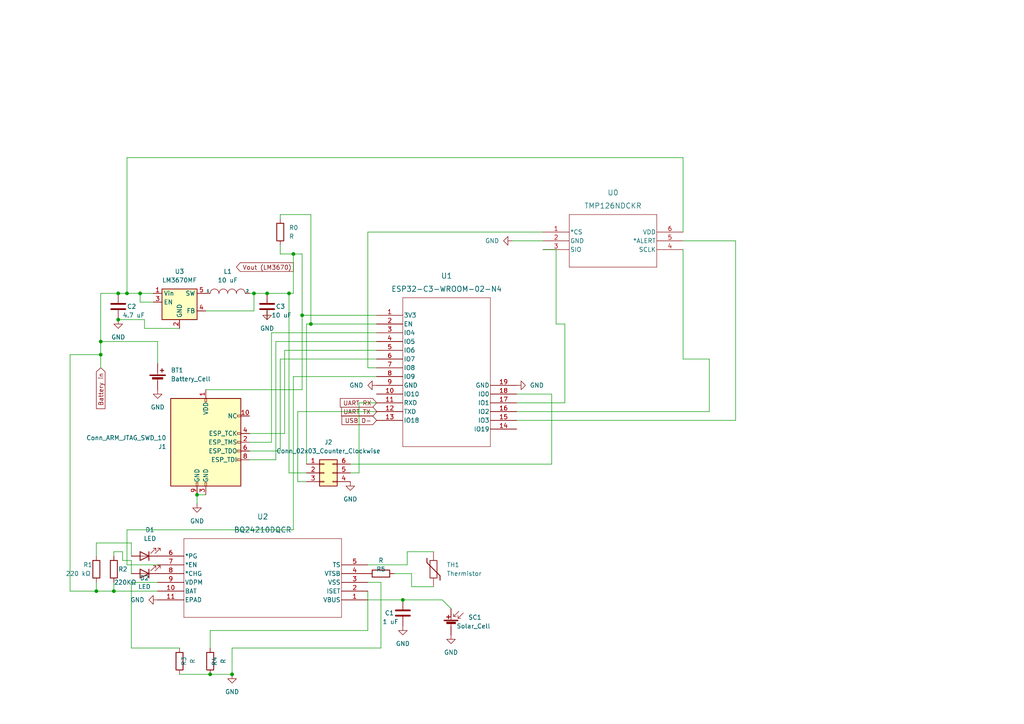
<source format=kicad_sch>
(kicad_sch (version 20230121) (generator eeschema)
  (paper "A4")
  (lib_symbols
    (symbol "Connector:Conn_ARM_JTAG_SWD_10" (pin_names (offset 1.016))
      (property "Reference" "J1" (at -11.43 1.27 0))
      (property "Value" "Conn_ARM_JTAG_SWD_10" (at -11.43 -1.27 0))
      (symbol "Conn_ARM_JTAG_SWD_10_0_1"
        (rectangle (start -10.16 12.7) (end 10.16 -12.7) (stroke (width 0.254)) (fill (type background)))
        (rectangle (start -2.794 -12.7) (end -2.286 -11.684))
        (rectangle (start -0.254 -12.7) (end 0.254 -11.684))
        (rectangle (start -0.254 12.7) (end 0.254 11.684))
        (rectangle (start 9.144 2.286) (end 10.16 2.794))
        (rectangle (start 10.16 -2.794) (end 9.144 -2.286))
        (rectangle (start 10.16 -0.254) (end 9.144 0.254))
        (rectangle (start 10.16 7.874) (end 9.144 7.366))
      )
      (symbol "Conn_ARM_JTAG_SWD_10_1_1"
        (rectangle (start 9.144 -5.334) (end 10.16 -4.826))
        (pin power_in line (at 0 15.24 270) (length 2.54) (name "VDD") (number "1"))
        (pin input line (at 12.7 7.62 180) (length 2.54) (name "NC") (number "10"))
        (pin bidirectional line (at 12.7 0 180) (length 2.54) (name "ESP_TMS") (number "2"))
        (pin power_in line (at 0 -15.24 90) (length 2.54) (name "GND") (number "3"))
        (pin output line (at 12.7 2.54 180) (length 2.54) (name "ESP_TCK") (number "4"))
        (pin passive line (at 0 -15.24 90) (length 2.54) hide (name "GND") (number "5"))
        (pin input line (at 12.7 -2.54 180) (length 2.54) (name "ESP_TDO") (number "6"))
        (pin no_connect line (at -10.16 0 0) (length 2.54) hide (name "KEY") (number "7"))
        (pin output line (at 12.7 -5.08 180) (length 2.54) (name "ESP_TDI") (number "8"))
        (pin passive line (at -2.54 -15.24 90) (length 2.54) (name "GND") (number "9"))
      )
    )
    (symbol "Connector_Generic:Conn_02x03_Counter_Clockwise" (pin_names (offset 1.016) hide)
      (property "Reference" "J" (at 1.27 5.08 0))
      (property "Value" "Conn_02x03_Counter_Clockwise" (at 1.27 -5.08 0))
      (symbol "Conn_02x03_Counter_Clockwise_1_1"
        (rectangle (start -1.27 -2.413) (end 0 -2.667) (stroke (width 0.1524)))
        (rectangle (start -1.27 0.127) (end 0 -0.127) (stroke (width 0.1524)))
        (rectangle (start -1.27 2.667) (end 0 2.413) (stroke (width 0.1524)))
        (rectangle (start -1.27 3.81) (end 3.81 -3.81) (stroke (width 0.254)) (fill (type background)))
        (rectangle (start 3.81 -2.413) (end 2.54 -2.667) (stroke (width 0.1524)))
        (rectangle (start 3.81 0.127) (end 2.54 -0.127) (stroke (width 0.1524)))
        (rectangle (start 3.81 2.667) (end 2.54 2.413) (stroke (width 0.1524)))
        (pin passive line (at -5.08 2.54 0) (length 3.81) (name "Pin_1") (number "1"))
        (pin passive line (at -5.08 0 0) (length 3.81) (name "Pin_2") (number "2"))
        (pin passive line (at -5.08 -2.54 0) (length 3.81) (name "Pin_3") (number "3"))
        (pin passive line (at 7.62 -2.54 180) (length 3.81) (name "Pin_4") (number "4"))
        (pin passive line (at 7.62 0 180) (length 3.81) (name "Pin_5") (number "5"))
        (pin passive line (at 7.62 2.54 180) (length 3.81) (name "Pin_6") (number "6"))
      )
    )
    (symbol "Device:Battery_Cell" (pin_numbers hide) (pin_names (offset 0) hide)
      (property "Reference" "BT" (at 2.54 2.54 0))
      (property "Value" "Battery_Cell" (at 2.54 0 0))
      (symbol "Battery_Cell_0_1"
        (rectangle (start -2.286 1.778) (end 2.286 1.524) (fill (type outline)))
        (rectangle (start -1.524 1.016) (end 1.524 0.508) (fill (type outline)))
        (polyline (pts (xy 0 0.762) (xy 0 0)))
        (polyline (pts (xy 0 1.778) (xy 0 2.54)))
        (polyline (pts (xy 0.762 3.048) (xy 1.778 3.048)) (stroke (width 0.254)))
        (polyline (pts (xy 1.27 3.556) (xy 1.27 2.54)) (stroke (width 0.254)))
      )
      (symbol "Battery_Cell_1_1"
        (pin passive line (at 0 5.08 270) (length 2.54) (name "+") (number "1"))
        (pin passive line (at 0 -2.54 90) (length 2.54) (name "-") (number "2"))
      )
    )
    (symbol "Device:C" (pin_numbers hide) (pin_names (offset 0.254))
      (property "Reference" "C" (at 0.635 2.54 0))
      (property "Value" "C" (at 0.635 -2.54 0))
      (symbol "C_0_1"
        (polyline (pts (xy -2.032 -0.762) (xy 2.032 -0.762)) (stroke (width 0.508)))
        (polyline (pts (xy -2.032 0.762) (xy 2.032 0.762)) (stroke (width 0.508)))
      )
      (symbol "C_1_1"
        (pin passive line (at 0 3.81 270) (length 2.794) (name "~") (number "1"))
        (pin passive line (at 0 -3.81 90) (length 2.794) (name "~") (number "2"))
      )
    )
    (symbol "Device:LED" (pin_numbers hide) (pin_names (offset 1.016) hide)
      (property "Reference" "D" (at 0 2.54 0))
      (property "Value" "LED" (at 0 -2.54 0))
      (symbol "LED_0_1"
        (polyline (pts (xy -1.27 -1.27) (xy -1.27 1.27)) (stroke (width 0.254)))
        (polyline (pts (xy -1.27 0) (xy 1.27 0)))
        (polyline (pts (xy 1.27 -1.27) (xy 1.27 1.27) (xy -1.27 0) (xy 1.27 -1.27)) (stroke (width 0.254)))
        (polyline (pts (xy -3.048 -0.762) (xy -4.572 -2.286) (xy -3.81 -2.286) (xy -4.572 -2.286) (xy -4.572 -1.524)))
        (polyline (pts (xy -1.778 -0.762) (xy -3.302 -2.286) (xy -2.54 -2.286) (xy -3.302 -2.286) (xy -3.302 -1.524)))
      )
      (symbol "LED_1_1"
        (pin passive line (at -3.81 0 0) (length 2.54) (name "K") (number "1"))
        (pin passive line (at 3.81 0 180) (length 2.54) (name "A") (number "2"))
      )
    )
    (symbol "Device:R" (pin_numbers hide) (pin_names (offset 0))
      (property "Reference" "R" (at 2.032 0 90))
      (property "Value" "R" (at 0 0 90))
      (symbol "R_0_1"
        (rectangle (start -1.016 -2.54) (end 1.016 2.54) (stroke (width 0.254)))
      )
      (symbol "R_1_1"
        (pin passive line (at 0 3.81 270) (length 1.27) (name "~") (number "1"))
        (pin passive line (at 0 -3.81 90) (length 1.27) (name "~") (number "2"))
      )
    )
    (symbol "Device:Solar_Cell" (pin_numbers hide) (pin_names (offset 0) hide)
      (property "Reference" "SC" (at 2.54 2.54 0))
      (property "Value" "Solar_Cell" (at 2.54 0 0))
      (symbol "Solar_Cell_0_1"
        (rectangle (start -2.032 1.778) (end 2.032 1.524) (fill (type outline)))
        (rectangle (start -1.3208 1.1938) (end 1.27 0.6858) (fill (type outline)))
        (polyline (pts (xy -2.032 2.286) (xy -3.556 3.81)))
        (polyline (pts (xy -0.762 2.794) (xy -2.286 4.318)))
        (polyline (pts (xy 0 0.762) (xy 0 0)))
        (polyline (pts (xy 0 1.778) (xy 0 2.54)))
        (polyline (pts (xy 0.254 2.667) (xy 1.27 2.667)) (stroke (width 0.254)))
        (polyline (pts (xy 0.762 3.175) (xy 0.762 2.159)) (stroke (width 0.254)))
        (polyline (pts (xy -2.032 3.048) (xy -2.032 2.286) (xy -2.794 2.286)))
        (polyline (pts (xy -0.762 3.556) (xy -0.762 2.794) (xy -1.524 2.794)))
      )
      (symbol "Solar_Cell_1_1"
        (pin passive line (at 0 5.08 270) (length 2.54) (name "+") (number "1"))
        (pin passive line (at 0 -2.54 90) (length 2.54) (name "-") (number "2"))
      )
    )
    (symbol "Device:Thermistor" (pin_numbers hide) (pin_names (offset 0))
      (property "Reference" "TH" (at 2.54 1.27 90))
      (property "Value" "Thermistor" (at -2.54 0 90))
      (symbol "Thermistor_0_1"
        (rectangle (start -1.016 2.54) (end 1.016 -2.54) (stroke (width 0.2032)))
        (polyline (pts (xy -1.905 3.175) (xy -1.905 1.905) (xy 1.905 -1.905) (xy 1.905 -3.175) (xy 1.905 -3.175)) (stroke (width 0.254)))
      )
      (symbol "Thermistor_1_1"
        (pin passive line (at 0 5.08 270) (length 2.54) (name "~") (number "1"))
        (pin passive line (at 0 -5.08 90) (length 2.54) (name "~") (number "2"))
      )
    )
    (symbol "GND_1" (power) (pin_names (offset 0))
      (property "Value" "GND_1" (at 0 -3.81 0))
      (symbol "GND_1_0_1"
        (polyline (pts (xy 0 0) (xy 0 -1.27) (xy 1.27 -1.27) (xy 0 -2.54) (xy -1.27 -1.27) (xy 0 -1.27)))
      )
      (symbol "GND_1_1_1"
        (pin power_in line (at 0 0 270) (length 0) hide (name "GND") (number "1"))
      )
    )
    (symbol "GND_2" (power) (pin_names (offset 0))
      (property "Value" "GND_2" (at 0 -3.81 0))
      (symbol "GND_2_0_1"
        (polyline (pts (xy 0 0) (xy 0 -1.27) (xy 1.27 -1.27) (xy 0 -2.54) (xy -1.27 -1.27) (xy 0 -1.27)))
      )
      (symbol "GND_2_1_1"
        (pin power_in line (at 0 0 270) (length 0) hide (name "GND") (number "1"))
      )
    )
    (symbol "GND_3" (power) (pin_names (offset 0))
      (property "Value" "GND_3" (at 0 -3.81 0))
      (symbol "GND_3_0_1"
        (polyline (pts (xy 0 0) (xy 0 -1.27) (xy 1.27 -1.27) (xy 0 -2.54) (xy -1.27 -1.27) (xy 0 -1.27)))
      )
      (symbol "GND_3_1_1"
        (pin power_in line (at 0 0 270) (length 0) hide (name "GND") (number "1"))
      )
    )
    (symbol "Regulator_Switching:LM3670MF"
      (property "Reference" "U" (at -5.08 5.08 0))
      (property "Value" "LM3670MF" (at 0 5.08 0))
      (symbol "LM3670MF_0_1"
        (rectangle (start -5.08 3.81) (end 5.08 -5.08) (stroke (width 0.254)) (fill (type background)))
      )
      (symbol "LM3670MF_1_1"
        (pin power_in line (at -7.62 2.54 0) (length 2.54) (name "Vin") (number "1"))
        (pin power_in line (at 0 -7.62 90) (length 2.54) (name "GND") (number "2"))
        (pin input line (at -7.62 0 0) (length 2.54) (name "EN") (number "3"))
        (pin input line (at 7.62 -2.54 180) (length 2.54) (name "FB") (number "4"))
        (pin input line (at 7.62 2.54 180) (length 2.54) (name "SW") (number "5"))
      )
    )
    (symbol "ee193 alert temp ic:TMP126NDCKR" (pin_names (offset 0.254))
      (property "Reference" "U" (at 20.32 10.16 0))
      (property "Value" "TMP126NDCKR" (at 20.32 7.62 0))
      (symbol "TMP126NDCKR_0_1"
        (polyline (pts (xy 7.62 -10.16) (xy 33.02 -10.16)) (stroke (width 0.127)))
        (polyline (pts (xy 7.62 5.08) (xy 7.62 -10.16)) (stroke (width 0.127)))
        (polyline (pts (xy 33.02 -10.16) (xy 33.02 5.08)) (stroke (width 0.127)))
        (polyline (pts (xy 33.02 5.08) (xy 7.62 5.08)) (stroke (width 0.127)))
        (pin input line (at 0 0 0) (length 7.62) (name "*CS") (number "1"))
        (pin power_out line (at 0 -2.54 0) (length 7.62) (name "GND") (number "2"))
        (pin bidirectional line (at 0 -5.08 0) (length 7.62) (name "SIO") (number "3"))
        (pin input line (at 40.64 -5.08 180) (length 7.62) (name "SCLK") (number "4"))
        (pin bidirectional line (at 40.64 -2.54 180) (length 7.62) (name "*ALERT") (number "5"))
        (pin power_in line (at 40.64 0 180) (length 7.62) (name "VDD") (number "6"))
      )
    )
    (symbol "ee193 battery charger:BQ24210DQCR" (pin_names (offset 0.254))
      (property "Reference" "U" (at 30.48 10.16 0))
      (property "Value" "BQ24210DQCR" (at 30.48 7.62 0))
      (symbol "BQ24210DQCR_0_1"
        (polyline (pts (xy 7.62 -17.78) (xy 53.34 -17.78)) (stroke (width 0.127)))
        (polyline (pts (xy 7.62 5.08) (xy 7.62 -17.78)) (stroke (width 0.127)))
        (polyline (pts (xy 53.34 -17.78) (xy 53.34 5.08)) (stroke (width 0.127)))
        (polyline (pts (xy 53.34 5.08) (xy 7.62 5.08)) (stroke (width 0.127)))
        (pin bidirectional line (at 0 0 0) (length 7.62) (name "VBUS") (number "1"))
        (pin bidirectional line (at 60.96 -2.54 180) (length 7.62) (name "BAT") (number "10"))
        (pin power_in line (at 60.96 0 180) (length 7.62) (name "EPAD") (number "11"))
        (pin input line (at 0 -2.54 0) (length 7.62) (name "ISET") (number "2"))
        (pin power_in line (at 0 -5.08 0) (length 7.62) (name "VSS") (number "3"))
        (pin output line (at 0 -7.62 0) (length 7.62) (name "VTSB") (number "4"))
        (pin input line (at 0 -10.16 0) (length 7.62) (name "TS") (number "5"))
        (pin output line (at 60.96 -12.7 180) (length 7.62) (name "*PG") (number "6"))
        (pin input line (at 60.96 -10.16 180) (length 7.62) (name "*EN") (number "7"))
        (pin output line (at 60.96 -7.62 180) (length 7.62) (name "*CHG") (number "8"))
        (pin input line (at 60.96 -5.08 180) (length 7.62) (name "VDPM") (number "9"))
      )
    )
    (symbol "ee193 esp32:ESP32-C3-WROOM-02-N4" (pin_names (offset 0.254))
      (property "Reference" "U1" (at 20.32 11.43 0))
      (property "Value" "ESP32-C3-WROOM-02-N4" (at 20.32 7.62 0))
      (symbol "ESP32-C3-WROOM-02-N4_0_1"
        (polyline (pts (xy 7.62 -38.1) (xy 33.02 -38.1)) (stroke (width 0.127)))
        (polyline (pts (xy 7.62 5.08) (xy 7.62 -38.1)) (stroke (width 0.127)))
        (polyline (pts (xy 33.02 -38.1) (xy 33.02 5.08)) (stroke (width 0.127)))
        (polyline (pts (xy 33.02 5.08) (xy 7.62 5.08)) (stroke (width 0.127)))
        (pin unspecified line (at 0 0 0) (length 7.62) (name "3V3") (number "1"))
        (pin bidirectional line (at 0 -22.86 0) (length 7.62) (name "IO10") (number "10"))
        (pin unspecified line (at 0 -25.4 0) (length 7.62) (name "RXD") (number "11"))
        (pin unspecified line (at 0 -27.94 0) (length 7.62) (name "TXD") (number "12"))
        (pin bidirectional line (at 0 -30.48 0) (length 7.62) (name "IO18") (number "13"))
        (pin bidirectional line (at 40.64 -33.02 180) (length 7.62) (name "IO19") (number "14"))
        (pin bidirectional line (at 40.64 -30.48 180) (length 7.62) (name "IO3") (number "15"))
        (pin bidirectional line (at 40.64 -27.94 180) (length 7.62) (name "IO2") (number "16"))
        (pin bidirectional line (at 40.64 -25.4 180) (length 7.62) (name "IO1") (number "17"))
        (pin bidirectional line (at 40.64 -22.86 180) (length 7.62) (name "IO0") (number "18"))
        (pin power_out line (at 40.64 -20.32 180) (length 7.62) (name "GND") (number "19"))
        (pin unspecified line (at 0 -2.54 0) (length 7.62) (name "EN") (number "2"))
        (pin bidirectional line (at 0 -5.08 0) (length 7.62) (name "IO4") (number "3"))
        (pin bidirectional line (at 0 -7.62 0) (length 7.62) (name "IO5") (number "4"))
        (pin bidirectional line (at 0 -10.16 0) (length 7.62) (name "IO6") (number "5"))
        (pin bidirectional line (at 0 -12.7 0) (length 7.62) (name "IO7") (number "6"))
        (pin bidirectional line (at 0 -15.24 0) (length 7.62) (name "IO8") (number "7"))
        (pin bidirectional line (at 0 -17.78 0) (length 7.62) (name "IO9") (number "8"))
        (pin power_out line (at 0 -20.32 0) (length 7.62) (name "GND") (number "9"))
      )
    )
    (symbol "power:GND" (power) (pin_names (offset 0))
      (property "Value" "GND" (at 0 -3.81 0))
      (symbol "GND_0_1"
        (polyline (pts (xy 0 0) (xy 0 -1.27) (xy 1.27 -1.27) (xy 0 -2.54) (xy -1.27 -1.27) (xy 0 -1.27)))
      )
      (symbol "GND_1_1"
        (pin power_in line (at 0 0 270) (length 0) hide (name "GND") (number "1"))
      )
    )
    (symbol "pspice:INDUCTOR" (pin_numbers hide) (pin_names (offset 0))
      (property "Reference" "L" (at 0 2.54 0))
      (property "Value" "INDUCTOR" (at 0 -1.27 0))
      (symbol "INDUCTOR_0_1"
        (arc (start -2.54 0) (mid -3.81 1.2645) (end -5.08 0))
        (arc (start 0 0) (mid -1.27 1.2645) (end -2.54 0))
        (arc (start 2.54 0) (mid 1.27 1.2645) (end 0 0))
        (arc (start 5.08 0) (mid 3.81 1.2645) (end 2.54 0))
      )
      (symbol "INDUCTOR_1_1"
        (pin input line (at -6.35 0 0) (length 1.27) (name "1") (number "1"))
        (pin input line (at 6.35 0 180) (length 1.27) (name "2") (number "2"))
      )
    )
  )
  (junction (at 87.63 91.44))
  (junction (at 29.21 102.87))
  (junction (at 36.83 85.09))
  (junction (at 83.82 85.09))
  (junction (at 67.31 195.58))
  (junction (at 85.09 73.66))
  (junction (at 90.17 93.98))
  (junction (at 40.64 85.09))
  (junction (at 116.84 173.99))
  (junction (at 60.96 195.58))
  (junction (at 77.47 85.09))
  (junction (at 34.29 92.71))
  (junction (at 33.02 171.45))
  (junction (at 27.94 171.45))
  (junction (at 34.29 85.09))
  (junction (at 29.21 99.06))
  (junction (at 73.66 85.09))
  (junction (at 57.15 143.51))
  (wire (pts (xy 87.63 73.66) (xy 85.09 73.66)))
  (wire (pts (xy 36.83 45.72) (xy 198.12 45.72)))
  (wire (pts (xy 118.11 160.02) (xy 125.73 160.02)))
  (wire (pts (xy 29.21 99.06) (xy 29.21 102.87)))
  (wire (pts (xy 40.64 85.09) (xy 44.45 85.09)))
  (wire (pts (xy 78.74 96.52) (xy 109.22 96.52)))
  (wire (pts (xy 81.28 130.81) (xy 81.28 104.14)))
  (wire (pts (xy 88.9 93.98) (xy 90.17 93.98)))
  (wire (pts (xy 57.15 143.51) (xy 59.69 143.51)))
  (wire (pts (xy 80.01 133.35) (xy 80.01 99.06)))
  (wire (pts (xy 106.68 182.88) (xy 60.96 182.88)))
  (wire (pts (xy 72.39 125.73) (xy 82.55 125.73)))
  (wire (pts (xy 73.66 85.09) (xy 73.66 90.17)))
  (wire (pts (xy 149.86 114.3) (xy 160.02 114.3)))
  (wire (pts (xy 161.29 72.39) (xy 157.48 72.39)))
  (wire (pts (xy 36.83 85.09) (xy 40.64 85.09)))
  (wire (pts (xy 82.55 125.73) (xy 82.55 101.6)))
  (wire (pts (xy 86.36 119.38) (xy 109.22 119.38)))
  (wire (pts (xy 119.38 170.18) (xy 125.73 170.18)))
  (wire (pts (xy 77.47 92.71) (xy 77.47 90.17)))
  (wire (pts (xy 163.83 116.84) (xy 163.83 93.98)))
  (wire (pts (xy 86.36 139.7) (xy 86.36 119.38)))
  (wire (pts (xy 38.1 161.29) (xy 38.1 157.48)))
  (wire (pts (xy 73.66 85.09) (xy 72.39 85.09)))
  (wire (pts (xy 83.82 137.16) (xy 83.82 85.09)))
  (wire (pts (xy 72.39 133.35) (xy 80.01 133.35)))
  (wire (pts (xy 36.83 153.67) (xy 85.09 153.67)))
  (wire (pts (xy 118.11 163.83) (xy 118.11 160.02)))
  (wire (pts (xy 67.31 187.96) (xy 67.31 195.58)))
  (wire (pts (xy 20.32 102.87) (xy 29.21 102.87)))
  (wire (pts (xy 34.29 92.71) (xy 41.91 92.71)))
  (wire (pts (xy 38.1 187.96) (xy 52.07 187.96)))
  (wire (pts (xy 161.29 72.39) (xy 161.29 93.98)))
  (wire (pts (xy 106.68 171.45) (xy 106.68 182.88)))
  (wire (pts (xy 81.28 62.23) (xy 90.17 62.23)))
  (wire (pts (xy 106.68 67.31) (xy 157.48 67.31)))
  (wire (pts (xy 35.56 160.02) (xy 33.02 160.02)))
  (wire (pts (xy 38.1 166.37) (xy 38.1 162.56)))
  (wire (pts (xy 205.74 104.14) (xy 205.74 119.38)))
  (wire (pts (xy 198.12 104.14) (xy 198.12 72.39)))
  (wire (pts (xy 116.84 173.99) (xy 128.27 173.99)))
  (wire (pts (xy 101.6 137.16) (xy 104.14 137.16)))
  (wire (pts (xy 106.68 168.91) (xy 110.49 168.91)))
  (wire (pts (xy 198.12 45.72) (xy 198.12 67.31)))
  (wire (pts (xy 60.96 195.58) (xy 67.31 195.58)))
  (wire (pts (xy 59.69 113.03) (xy 87.63 113.03)))
  (wire (pts (xy 104.14 137.16) (xy 104.14 116.84)))
  (wire (pts (xy 34.29 85.09) (xy 29.21 85.09)))
  (wire (pts (xy 27.94 168.91) (xy 27.94 171.45)))
  (wire (pts (xy 85.09 73.66) (xy 81.28 73.66)))
  (wire (pts (xy 85.09 73.66) (xy 85.09 85.09)))
  (wire (pts (xy 35.56 162.56) (xy 35.56 160.02)))
  (wire (pts (xy 33.02 171.45) (xy 45.72 171.45)))
  (wire (pts (xy 205.74 104.14) (xy 198.12 104.14)))
  (wire (pts (xy 205.74 119.38) (xy 149.86 119.38)))
  (wire (pts (xy 106.68 163.83) (xy 118.11 163.83)))
  (wire (pts (xy 33.02 160.02) (xy 33.02 161.29)))
  (wire (pts (xy 87.63 113.03) (xy 87.63 91.44)))
  (wire (pts (xy 20.32 171.45) (xy 27.94 171.45)))
  (wire (pts (xy 57.15 146.05) (xy 57.15 143.51)))
  (wire (pts (xy 81.28 71.12) (xy 81.28 73.66)))
  (wire (pts (xy 90.17 93.98) (xy 109.22 93.98)))
  (wire (pts (xy 198.12 69.85) (xy 213.36 69.85)))
  (wire (pts (xy 110.49 168.91) (xy 110.49 187.96)))
  (wire (pts (xy 88.9 139.7) (xy 86.36 139.7)))
  (wire (pts (xy 52.07 95.25) (xy 41.91 95.25)))
  (wire (pts (xy 67.31 187.96) (xy 110.49 187.96)))
  (wire (pts (xy 29.21 102.87) (xy 29.21 106.68)))
  (wire (pts (xy 160.02 114.3) (xy 160.02 134.62)))
  (wire (pts (xy 160.02 134.62) (xy 101.6 134.62)))
  (wire (pts (xy 60.96 182.88) (xy 60.96 187.96)))
  (wire (pts (xy 36.83 85.09) (xy 36.83 45.72)))
  (wire (pts (xy 213.36 121.92) (xy 213.36 69.85)))
  (wire (pts (xy 29.21 85.09) (xy 29.21 99.06)))
  (wire (pts (xy 29.21 99.06) (xy 45.72 99.06)))
  (wire (pts (xy 114.3 166.37) (xy 119.38 166.37)))
  (wire (pts (xy 52.07 195.58) (xy 60.96 195.58)))
  (wire (pts (xy 149.86 116.84) (xy 163.83 116.84)))
  (wire (pts (xy 72.39 130.81) (xy 81.28 130.81)))
  (wire (pts (xy 38.1 162.56) (xy 35.56 162.56)))
  (wire (pts (xy 85.09 109.22) (xy 109.22 109.22)))
  (wire (pts (xy 40.64 85.09) (xy 40.64 87.63)))
  (wire (pts (xy 33.02 168.91) (xy 33.02 171.45)))
  (wire (pts (xy 106.68 67.31) (xy 106.68 106.68)))
  (wire (pts (xy 90.17 62.23) (xy 90.17 93.98)))
  (wire (pts (xy 104.14 116.84) (xy 109.22 116.84)))
  (wire (pts (xy 157.48 69.85) (xy 148.59 69.85)))
  (wire (pts (xy 81.28 104.14) (xy 109.22 104.14)))
  (wire (pts (xy 83.82 85.09) (xy 85.09 85.09)))
  (wire (pts (xy 88.9 134.62) (xy 88.9 93.98)))
  (wire (pts (xy 85.09 153.67) (xy 85.09 109.22)))
  (wire (pts (xy 88.9 137.16) (xy 83.82 137.16)))
  (wire (pts (xy 163.83 93.98) (xy 161.29 93.98)))
  (wire (pts (xy 38.1 157.48) (xy 27.94 157.48)))
  (wire (pts (xy 59.69 90.17) (xy 73.66 90.17)))
  (wire (pts (xy 82.55 101.6) (xy 109.22 101.6)))
  (wire (pts (xy 81.28 62.23) (xy 81.28 63.5)))
  (wire (pts (xy 128.27 173.99) (xy 130.81 176.53)))
  (wire (pts (xy 149.86 121.92) (xy 213.36 121.92)))
  (wire (pts (xy 38.1 168.91) (xy 38.1 187.96)))
  (wire (pts (xy 119.38 166.37) (xy 119.38 170.18)))
  (wire (pts (xy 45.72 105.41) (xy 45.72 99.06)))
  (wire (pts (xy 36.83 163.83) (xy 36.83 153.67)))
  (wire (pts (xy 72.39 128.27) (xy 78.74 128.27)))
  (wire (pts (xy 45.72 163.83) (xy 36.83 163.83)))
  (wire (pts (xy 27.94 157.48) (xy 27.94 161.29)))
  (wire (pts (xy 77.47 85.09) (xy 83.82 85.09)))
  (wire (pts (xy 80.01 99.06) (xy 109.22 99.06)))
  (wire (pts (xy 34.29 85.09) (xy 36.83 85.09)))
  (wire (pts (xy 106.68 173.99) (xy 116.84 173.99)))
  (wire (pts (xy 20.32 171.45) (xy 20.32 102.87)))
  (wire (pts (xy 109.22 91.44) (xy 87.63 91.44)))
  (wire (pts (xy 87.63 91.44) (xy 87.63 73.66)))
  (wire (pts (xy 106.68 106.68) (xy 109.22 106.68)))
  (wire (pts (xy 44.45 87.63) (xy 40.64 87.63)))
  (wire (pts (xy 77.47 85.09) (xy 73.66 85.09)))
  (wire (pts (xy 27.94 171.45) (xy 33.02 171.45)))
  (wire (pts (xy 78.74 128.27) (xy 78.74 96.52)))
  (wire (pts (xy 41.91 95.25) (xy 41.91 92.71)))
  (wire (pts (xy 45.72 168.91) (xy 38.1 168.91)))
  (global_label "UART TX" (shape output) (at 99.06 119.38 0) (property "Intersheetrefs" "${INTERSHEET_REFS}" (effects hide)))
  (global_label "USB D-" (shape input) (at 109.22 121.92 180) (property "Intersheetrefs" "${INTERSHEET_REFS}" (effects hide)))
  (global_label "Vout (LM3670)" (shape output) (at 85.09 77.47 180) (property "Intersheetrefs" "${INTERSHEET_REFS}" (effects hide)))
  (global_label "UART RX" (shape input) (at 109.22 116.84 180) (property "Intersheetrefs" "${INTERSHEET_REFS}" (effects hide)))
  (global_label "Battery in" (shape input) (at 29.21 106.68 270) (property "Intersheetrefs" "${INTERSHEET_REFS}" (effects hide)))
  (symbol (lib_id "Device:R") (at 27.94 165.1 0) (unit 1)
    (property "Reference" "R1" (at 24.13 163.83 0) (effects (justify left)))
    (property "Value" "220 kΩ" (at 19.05 166.37 0) (effects (justify left)))
    (property "Footprint" "Resistor_SMD:R_0805_2012Metric" (effects hide))
  )
  (symbol (lib_id "Device:Battery_Cell") (at 45.72 110.49 0) (unit 1)
    (property "Reference" "BT1" (at 49.53 107.3785 0) (effects (justify left)))
    (property "Value" "Battery_Cell" (at 49.53 109.9185 0) (effects (justify left)))
    (property "Footprint" "Battery:BatteryHolder_Keystone_1042_1x18650" (effects hide))
  )
  (symbol (lib_id "Device:LED") (at 41.91 161.29 180) (unit 1)
    (property "Reference" "D1" (at 43.4975 153.67 0))
    (property "Value" "LED" (at 43.4975 156.21 0))
    (property "Footprint" "Diode_SMD:D_0805_2012Metric_Pad1.15x1.40mm_HandSolder" (effects hide))
  )
  (symbol (lib_id "power:GND") (at 77.47 90.17 0) (unit 1)
    (property "Reference" "#PWR0101" (effects hide))
    (property "Value" "GND" (at 77.47 95.25 0))
  )
  (symbol (lib_id "ee193 esp32:ESP32-C3-WROOM-02-N4") (at 109.22 91.44 0) (unit 1)
    (property "Reference" "U1" (at 129.54 80.01 0) (effects (font (size 1.524 1.524))))
    (property "Value" "ESP32-C3-WROOM-02-N4" (at 129.54 83.82 0) (effects (font (size 1.524 1.524))))
    (property "Footprint" "RF_Module:ESP-WROOM-02" (effects hide))
    (property "Datasheet" "ESP32-C3-WROOM-02-N4" (effects hide))
  )
  (symbol (lib_id "power:GND") (at 116.84 181.61 0) (mirror y) (unit 1)
    (property "Reference" "#PWR0106" (effects hide))
    (property "Value" "GND" (at 116.84 186.69 0))
  )
  (symbol (lib_id "power:GND") (at 34.29 92.71 0) (unit 1)
    (property "Reference" "#PWR0104" (effects hide))
    (property "Value" "GND" (at 34.29 97.79 0))
  )
  (symbol (lib_id "Device:C") (at 116.84 177.8 0) (mirror y) (unit 1)
    (property "Reference" "C1" (at 114.3 177.8 0) (effects (justify left)))
    (property "Value" "1 uF" (at 115.57 180.34 0) (effects (justify left)))
    (property "Footprint" "Capacitor_SMD:C_0805_2012Metric" (effects hide))
  )
  (symbol (lib_id "Device:R") (at 110.49 166.37 270) (unit 1)
    (property "Reference" "R5" (at 110.49 165.1 90))
    (property "Value" "R" (at 110.49 162.56 90))
    (property "Footprint" "Resistor_SMD:R_0805_2012Metric" (effects hide))
  )
  (symbol (lib_id "Device:R") (at 81.28 67.31 180) (unit 1)
    (property "Reference" "R0" (at 83.82 66.0399 0) (effects (justify right)))
    (property "Value" "R" (at 83.82 68.5799 0) (effects (justify right)))
    (property "Footprint" "Resistor_SMD:R_0805_2012Metric_Pad1.20x1.40mm_HandSolder" (effects hide))
  )
  (symbol (lib_id "Device:R") (at 52.07 191.77 180) (unit 1)
    (property "Reference" "R3" (at 53.34 191.77 90))
    (property "Value" "R" (at 55.88 191.77 90))
    (property "Footprint" "Resistor_SMD:R_0805_2012Metric" (effects hide))
  )
  (symbol (lib_id "power:GND") (at 45.72 173.99 270) (unit 1)
    (property "Reference" "#PWR0110" (effects hide))
    (property "Value" "GND" (at 41.91 173.9899 90) (effects (justify right)))
  )
  (symbol (lib_id "pspice:INDUCTOR") (at 66.04 85.09 0) (unit 1)
    (property "Reference" "L1" (at 66.04 78.74 0))
    (property "Value" "10 uF" (at 66.04 81.28 0))
    (property "Footprint" "Inductor_SMD:L_0805_2012Metric_Pad1.05x1.20mm_HandSolder" (effects hide))
  )
  (symbol (lib_id "ee193 alert temp ic:TMP126NDCKR") (at 157.48 67.31 0) (unit 1)
    (property "Reference" "U0" (at 177.8 55.88 0) (effects (font (size 1.524 1.524))))
    (property "Value" "TMP126NDCKR" (at 177.8 59.69 0) (effects (font (size 1.524 1.524))))
    (property "Footprint" "Package_TO_SOT_SMD:SOT-363_SC-70-6" (effects hide))
    (property "Datasheet" "TMP126NDCKR" (effects hide))
  )
  (symbol (lib_name "GND_2") (lib_id "power:GND") (at 57.15 146.05 0) (unit 1)
    (property "Reference" "#PWR02" (effects hide))
    (property "Value" "GND" (at 57.15 151.13 0))
  )
  (symbol (lib_id "Device:R") (at 60.96 191.77 180) (unit 1)
    (property "Reference" "R4" (at 62.23 191.77 90))
    (property "Value" "R" (at 64.77 191.77 90))
    (property "Footprint" "Resistor_SMD:R_0805_2012Metric" (effects hide))
  )
  (symbol (lib_id "Device:LED") (at 41.91 166.37 180) (unit 1)
    (property "Reference" "D2" (at 41.91 167.64 0))
    (property "Value" "LED" (at 41.91 170.18 0))
    (property "Footprint" "Diode_SMD:D_0805_2012Metric_Pad1.15x1.40mm_HandSolder" (effects hide))
  )
  (symbol (lib_id "power:GND") (at 109.22 111.76 270) (unit 1)
    (property "Reference" "#PWR0108" (effects hide))
    (property "Value" "GND" (at 105.41 111.7599 90) (effects (justify right)))
  )
  (symbol (lib_id "Device:C") (at 77.47 88.9 0) (unit 1)
    (property "Reference" "C3" (at 80.01 88.9 0) (effects (justify left)))
    (property "Value" "10 uF" (at 78.74 91.44 0) (effects (justify left)))
    (property "Footprint" "Capacitor_SMD:C_0805_2012Metric" (effects hide))
  )
  (symbol (lib_id "Device:R") (at 33.02 165.1 0) (unit 1)
    (property "Reference" "R2" (at 34.29 165.1 0) (effects (justify left)))
    (property "Value" "220KΩ" (at 33.02 168.91 0) (effects (justify left)))
    (property "Footprint" "Resistor_SMD:R_0805_2012Metric" (effects hide))
  )
  (symbol (lib_id "ee193 battery charger:BQ24210DQCR") (at 106.68 173.99 180) (unit 1)
    (property "Reference" "U2" (at 76.2 149.86 0) (effects (font (size 1.524 1.524))))
    (property "Value" "BQ24210DQCR" (at 76.2 153.67 0) (effects (font (size 1.524 1.524))))
    (property "Footprint" "Package_SON:WSON-10-1EP_2x3mm_P0.5mm_EP0.84x2.4mm" (effects hide))
    (property "Datasheet" "BQ24210DQCR" (effects hide))
  )
  (symbol (lib_id "Device:C") (at 34.29 88.9 0) (unit 1)
    (property "Reference" "C2" (at 36.83 88.9 0) (effects (justify left)))
    (property "Value" "4.7 uF" (at 35.56 91.44 0) (effects (justify left)))
    (property "Footprint" "Capacitor_SMD:C_0805_2012Metric" (effects hide))
  )
  (symbol (lib_id "Connector:Conn_ARM_JTAG_SWD_10") (at 59.69 128.27 0) (unit 1)
    (property "Reference" "J1" (at 48.26 129.54 0) (effects (justify right)))
    (property "Value" "Conn_ARM_JTAG_SWD_10" (at 48.26 127 0) (effects (justify right)))
    (property "Footprint" "Connector_PinHeader_1.27mm:PinHeader_2x05_P1.27mm_Vertical" (effects hide))
    (property "Datasheet" "http://infocenter.arm.com/help/topic/com.arm.doc.ddi0314h/DDI0314H_coresight_components_trm.pdf" (effects hide))
  )
  (symbol (lib_id "power:GND") (at 67.31 195.58 0) (unit 1)
    (property "Reference" "#PWR0111" (effects hide))
    (property "Value" "GND" (at 67.31 200.66 0))
  )
  (symbol (lib_id "Connector_Generic:Conn_02x03_Counter_Clockwise") (at 93.98 137.16 0) (unit 1)
    (property "Reference" "J2" (at 95.25 128.27 0))
    (property "Value" "Conn_02x03_Counter_Clockwise" (at 95.25 130.81 0))
    (property "Footprint" "Connector_PinHeader_1.27mm:PinHeader_2x03_P1.27mm_Vertical" (effects hide))
  )
  (symbol (lib_id "Device:Solar_Cell") (at 130.81 181.61 0) (mirror y) (unit 1)
    (property "Reference" "SC1" (at 139.7 179.07 0) (effects (justify left)))
    (property "Value" "Solar_Cell" (at 142.24 181.61 0) (effects (justify left)))
    (property "Footprint" "Connector_JST:JST_XH_B2B-XH-AM_1x02_P2.50mm_Vertical" (effects hide))
  )
  (symbol (lib_name "GND_3") (lib_id "power:GND") (at 101.6 139.7 0) (unit 1)
    (property "Reference" "#PWR03" (effects hide))
    (property "Value" "GND" (at 101.6 144.78 0))
  )
  (symbol (lib_id "power:GND") (at 130.81 184.15 0) (mirror y) (unit 1)
    (property "Reference" "#PWR0107" (effects hide))
    (property "Value" "GND" (at 130.81 189.23 0))
  )
  (symbol (lib_id "Regulator_Switching:LM3670MF") (at 52.07 87.63 0) (unit 1)
    (property "Reference" "U3" (at 52.07 78.74 0))
    (property "Value" "LM3670MF" (at 52.07 81.28 0))
    (property "Footprint" "Package_TO_SOT_SMD:TSOT-23-5" (effects hide))
    (property "Datasheet" "http://www.ti.com/lit/ds/symlink/lm3670.pdf" (effects hide))
  )
  (symbol (lib_id "power:GND") (at 148.59 69.85 270) (unit 1)
    (property "Reference" "#PWR0103" (effects hide))
    (property "Value" "GND" (at 144.78 69.8499 90) (effects (justify right)))
  )
  (symbol (lib_id "Device:Thermistor") (at 125.73 165.1 0) (unit 1)
    (property "Reference" "TH1" (at 129.54 163.83 0) (effects (justify left)))
    (property "Value" "Thermistor" (at 129.54 166.37 0) (effects (justify left)))
    (property "Footprint" "Resistor_SMD:R_0805_2012Metric" (effects hide))
  )
  (symbol (lib_id "power:GND") (at 149.86 111.76 90) (unit 1)
    (property "Reference" "#PWR0112" (effects hide))
    (property "Value" "GND" (at 153.67 111.7599 90) (effects (justify right)))
  )
  (symbol (lib_name "GND_1") (lib_id "power:GND") (at 45.72 113.03 0) (unit 1)
    (property "Reference" "#PWR01" (effects hide))
    (property "Value" "GND" (at 45.72 118.11 0))
  )
)
</source>
